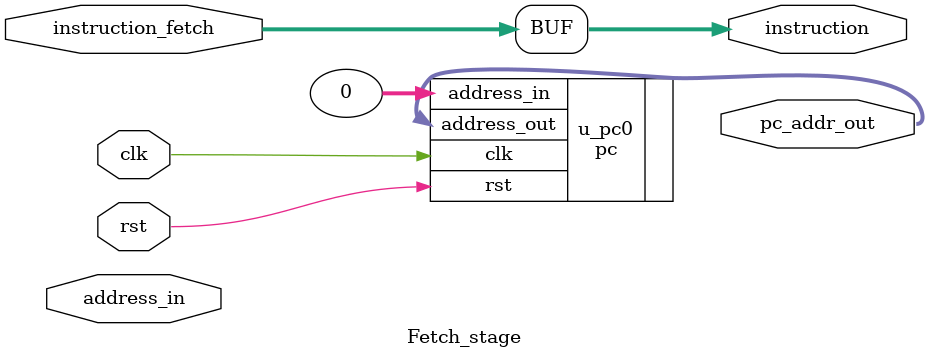
<source format=sv>
`timescale 1ns / 1ps


module Fetch_stage
#
(
parameter INSTRUCTION =32,
parameter ADDRESS=32
)
(
   input  clk,
   input  rst,
   input  [ADDRESS-1:0] address_in,
   input  [INSTRUCTION-1:0] instruction_fetch,
   
   output logic [INSTRUCTION-1:0] instruction,
   output logic [ADDRESS-1:0] pc_addr_out
   );
        // PROGRAM COUNTER
pc u_pc0 
(
    .clk(clk),
    .rst(rst),
    .address_in(0),
    .address_out(pc_addr_out)
);

    always_comb begin
        instruction = instruction_fetch ;
    end

endmodule

</source>
